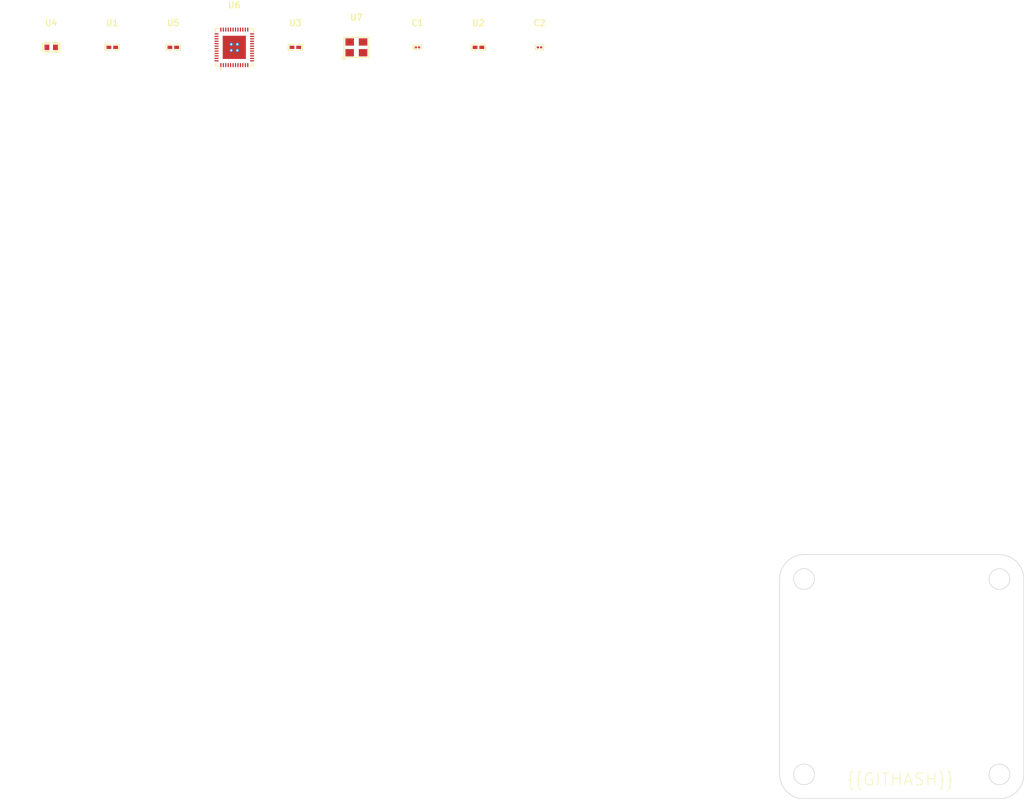
<source format=kicad_pcb>
(kicad_pcb (version 20240108) (generator "pcbnew") (generator_version "8.0")
  (layers (0 "F.Cu" signal) (31 "B.Cu" signal) (34 "B.Paste" user) (35 "F.Paste" user) (36 "B.SilkS" user "B.Silkscreen") (37 "F.SilkS" user "F.Silkscreen") (38 "B.Mask" user) (39 "F.Mask" user) (44 "Edge.Cuts" user))
  (net 0 "")
  (net 1 "P0_period_01")
  (net 2 "DCC")
  (net 3 "P0_period_23")
  (net 4 "P0_period_03")
  (net 5 "P0_period_30")
  (net 6 "P0_period_09")
  (net 7 "P0_period_08")
  (net 8 "P0_period_27")
  (net 9 "P0_period_29")
  (net 10 "SWDCLK")
  (net 11 "P0_period_16")
  (net 13 "P0_period_18")
  (net 14 "P0_period_25")
  (net 15 "DEC2")
  (net 16 "EP")
  (net 17 "P0_period_19")
  (net 18 "P0_period_26")
  (net 19 "P0_period_00")
  (net 20 "P0_period_20")
  (net 21 "gnd")
  (net 23 "P0_period_14")
  (net 25 "ANT1")
  (net 26 "P0_period_22")
  (net 27 "P0_period_04")
  (net 28 "P0_period_06")
  (net 30 "P0_period_28")
  (net 31 "P0_period_02")
  (net 32 "P0_period_15")
  (net 33 "ANT2")
  (net 34 "hv")
  (net 35 "P0_period_11")
  (net 36 "P0_period_13")
  (net 37 "VDD_PA")
  (net 38 "P0_period_05")
  (net 40 "SWDIO_slash_nRESET")
  (net 41 "P0_period_12")
  (net 42 "P0_period_07")
  (net 43 "DEC1")
  (net 44 "P0_period_17")
  (net 45 "P0_period_24")
  (net 46 "P0_period_21")
  (net 47 "P0_period_10")
  (net 24 "xout")
  (net 48 "xin")
  (footprint "atopile:C0603-bd72f6" (layer "F.Cu") (at 10 -5 0)
    (property "Reference" "U4" (at 0 -4 0) (layer "F.SilkS") (hide no))
    (property "Value" "4.7µF ±10% 10V X5R")
    (fp_line (start -0.28 0.71) (end -1.08 0.71) (stroke (width 0.25)) (layer "F.SilkS"))
    (fp_line (start 0.28 0.71) (end 1.08 0.71) (stroke (width 0.25)) (layer "F.SilkS"))
    (fp_line (start -0.28 -0.71) (end -1.08 -0.71) (stroke (width 0.25)) (layer "F.SilkS"))
    (fp_line (start 0.28 -0.71) (end 1.08 -0.71) (stroke (width 0.25)) (layer "F.SilkS"))
    (fp_line (start -1.39 0.4) (end -1.39 -0.4) (stroke (width 0.25)) (layer "F.SilkS"))
    (fp_line (start 1.39 -0.4) (end 1.39 0.4) (stroke (width 0.25)) (layer "F.SilkS"))
    (fp_arc (start 1.39 -0.4) (mid 1.2992031021678296 -0.6192031021678296) (end 1.08 -0.7099999999999999) (stroke (width 0.25)) (layer "F.SilkS"))
    (fp_arc (start 1.08 0.71) (mid 1.2992031021678296 0.6192031021678297) (end 1.3900000000000001 0.4) (stroke (width 0.25)) (layer "F.SilkS"))
    (fp_arc (start -1.39 0.4) (mid -1.2992031021678296 0.6192031021678296) (end -1.08 0.7099999999999999) (stroke (width 0.25)) (layer "F.SilkS"))
    (fp_arc (start -1.08 -0.71) (mid -1.2992031021678296 -0.6192031021678297) (end -1.3900000000000001 -0.4) (stroke (width 0.25)) (layer "F.SilkS"))
    (fp_text user "${REFERENCE}" (at 0 -4 0) (layer "F.SilkS"))
    (pad "2" smd rect (at 0.7 0 0) (size 0.8 0.9) (layers "F.Cu" "F.Paste" "F.Mask") (net 21 "gnd"))
    (pad "1" smd rect (at -0.7 0 0) (size 0.8 0.9) (layers "F.Cu" "F.Paste" "F.Mask") (net 34 "hv"))
  )
  (footprint "atopile:C0402-b3ef17" (layer "F.Cu") (at 20 -5 0)
    (property "Reference" "U1" (at 0 -4 0) (layer "F.SilkS") (hide no))
    (property "Value" "1nF ±10% 50V X7R")
    (fp_line (start 1.02 -0.5) (end 0.23 -0.5) (stroke (width 0.15)) (layer "F.SilkS"))
    (fp_line (start 0.23 0.5) (end 1.02 0.5) (stroke (width 0.15)) (layer "F.SilkS"))
    (fp_line (start 1.17 0.35) (end 1.17 -0.35) (stroke (width 0.15)) (layer "F.SilkS"))
    (fp_line (start -1.02 -0.5) (end -0.23 -0.5) (stroke (width 0.15)) (layer "F.SilkS"))
    (fp_line (start -0.23 0.5) (end -1.02 0.5) (stroke (width 0.15)) (layer "F.SilkS"))
    (fp_line (start -1.17 0.35) (end -1.17 -0.35) (stroke (width 0.15)) (layer "F.SilkS"))
    (fp_arc (start 1.17 0.35) (mid 1.1260660171779822 0.456066017177982) (end 1.02 0.4999999999999999) (stroke (width 0.15)) (layer "F.SilkS"))
    (fp_arc (start 1.02 -0.5) (mid 1.1260660171779822 -0.4560660171779821) (end 1.17 -0.35) (stroke (width 0.15)) (layer "F.SilkS"))
    (fp_arc (start -1.17 0.35) (mid -1.1260660171779822 0.456066017177982) (end -1.02 0.4999999999999999) (stroke (width 0.15)) (layer "F.SilkS"))
    (fp_arc (start -1.02 -0.5) (mid -1.1260660171779822 -0.4560660171779821) (end -1.17 -0.35) (stroke (width 0.15)) (layer "F.SilkS"))
    (fp_text user "${REFERENCE}" (at 0 -4 0) (layer "F.SilkS"))
    (pad "2" smd rect (at 0.55 0 0) (size 0.79 0.54) (layers "F.Cu" "F.Paste" "F.Mask") (net 21 "gnd"))
    (pad "1" smd rect (at -0.55 0 0) (size 0.79 0.54) (layers "F.Cu" "F.Paste" "F.Mask") (net 34 "hv"))
  )
  (footprint "atopile:C0402-b3ef17" (layer "F.Cu") (at 30 -5 0)
    (property "Reference" "U5" (at 0 -4 0) (layer "F.SilkS") (hide no))
    (property "Value" "100nF ±10% 16V X7R")
    (fp_line (start 1.02 -0.5) (end 0.23 -0.5) (stroke (width 0.15)) (layer "F.SilkS"))
    (fp_line (start 0.23 0.5) (end 1.02 0.5) (stroke (width 0.15)) (layer "F.SilkS"))
    (fp_line (start 1.17 0.35) (end 1.17 -0.35) (stroke (width 0.15)) (layer "F.SilkS"))
    (fp_line (start -1.02 -0.5) (end -0.23 -0.5) (stroke (width 0.15)) (layer "F.SilkS"))
    (fp_line (start -0.23 0.5) (end -1.02 0.5) (stroke (width 0.15)) (layer "F.SilkS"))
    (fp_line (start -1.17 0.35) (end -1.17 -0.35) (stroke (width 0.15)) (layer "F.SilkS"))
    (fp_arc (start 1.17 0.35) (mid 1.1260660171779822 0.456066017177982) (end 1.02 0.4999999999999999) (stroke (width 0.15)) (layer "F.SilkS"))
    (fp_arc (start 1.02 -0.5) (mid 1.1260660171779822 -0.4560660171779821) (end 1.17 -0.35) (stroke (width 0.15)) (layer "F.SilkS"))
    (fp_arc (start -1.17 0.35) (mid -1.1260660171779822 0.456066017177982) (end -1.02 0.4999999999999999) (stroke (width 0.15)) (layer "F.SilkS"))
    (fp_arc (start -1.02 -0.5) (mid -1.1260660171779822 -0.4560660171779821) (end -1.17 -0.35) (stroke (width 0.15)) (layer "F.SilkS"))
    (fp_text user "${REFERENCE}" (at 0 -4 0) (layer "F.SilkS"))
    (pad "2" smd rect (at 0.55 0 0) (size 0.79 0.54) (layers "F.Cu" "F.Paste" "F.Mask") (net 21 "gnd"))
    (pad "1" smd rect (at -0.55 0 0) (size 0.79 0.54) (layers "F.Cu" "F.Paste" "F.Mask") (net 34 "hv"))
  )
  (footprint "lib:QFN-48_L6.0-W6.0-P0.40-BL-EP3.8" (layer "F.Cu") (at 40 -5 0)
    (property "Reference" "U6" (at 0 -6.91 0) (layer "F.SilkS") (hide no))
    (property "Value" "")
    (fp_line (start -3.08 -2.5) (end -3.08 -3.08) (stroke (width 0.15)) (layer "F.SilkS"))
    (fp_line (start -3.08 -3.08) (end -2.5 -3.08) (stroke (width 0.15)) (layer "F.SilkS"))
    (fp_line (start 3.08 -2.5) (end 3.08 -3.08) (stroke (width 0.15)) (layer "F.SilkS"))
    (fp_line (start 3.08 -3.08) (end 2.5 -3.08) (stroke (width 0.15)) (layer "F.SilkS"))
    (fp_line (start -3.08 2.5) (end -3.08 3.08) (stroke (width 0.15)) (layer "F.SilkS"))
    (fp_line (start -3.08 3.08) (end -2.5 3.08) (stroke (width 0.15)) (layer "F.SilkS"))
    (fp_line (start 3.08 2.5) (end 3.08 3.08) (stroke (width 0.15)) (layer "F.SilkS"))
    (fp_line (start 3.08 3.08) (end 2.5 3.08) (stroke (width 0.15)) (layer "F.SilkS"))
    (fp_circle (center -2.2 3.54) (end -2.13 3.54) (stroke (width 0.15)) (fill none) (layer "F.SilkS"))
    (fp_text user "${REFERENCE}" (at 0 -6.91 0) (layer "F.SilkS"))
    (pad "1" smd rect (at -2.2 2.91 0) (size 0.2 0.66) (layers "F.Cu" "F.Paste" "F.Mask") (net 34 "hv"))
    (pad "2" smd rect (at -1.8 2.91 0) (size 0.2 0.66) (layers "F.Cu" "F.Paste" "F.Mask") (net 2 "DCC"))
    (pad "3" smd rect (at -1.4 2.91 0) (size 0.2 0.66) (layers "F.Cu" "F.Paste" "F.Mask") (net 5 "P0_period_30"))
    (pad "4" smd rect (at -1 2.91 0) (size 0.2 0.66) (layers "F.Cu" "F.Paste" "F.Mask") (net 19 "P0_period_00"))
    (pad "5" smd rect (at -0.6 2.91 0) (size 0.2 0.66) (layers "F.Cu" "F.Paste" "F.Mask") (net 1 "P0_period_01"))
    (pad "6" smd rect (at -0.2 2.91 0) (size 0.2 0.66) (layers "F.Cu" "F.Paste" "F.Mask") (net 31 "P0_period_02"))
    (pad "7" smd rect (at 0.2 2.91 0) (size 0.2 0.66) (layers "F.Cu" "F.Paste" "F.Mask") (net 4 "P0_period_03"))
    (pad "8" smd rect (at 0.6 2.91 0) (size 0.2 0.66) (layers "F.Cu" "F.Paste" "F.Mask") (net 27 "P0_period_04"))
    (pad "9" smd rect (at 1 2.91 0) (size 0.2 0.66) (layers "F.Cu" "F.Paste" "F.Mask") (net 38 "P0_period_05"))
    (pad "10" smd rect (at 1.4 2.91 0) (size 0.2 0.66) (layers "F.Cu" "F.Paste" "F.Mask") (net 28 "P0_period_06"))
    (pad "11" smd rect (at 1.8 2.91 0) (size 0.2 0.66) (layers "F.Cu" "F.Paste" "F.Mask") (net 42 "P0_period_07"))
    (pad "12" smd rect (at 2.2 2.91 0) (size 0.2 0.66) (layers "F.Cu" "F.Paste" "F.Mask") (net 34 "hv"))
    (pad "13" smd rect (at 2.91 2.2 0) (size 0.66 0.2) (layers "F.Cu" "F.Paste" "F.Mask") (net 21 "gnd"))
    (pad "14" smd rect (at 2.91 1.8 0) (size 0.66 0.2) (layers "F.Cu" "F.Paste" "F.Mask") (net 7 "P0_period_08"))
    (pad "15" smd rect (at 2.91 1.4 0) (size 0.66 0.2) (layers "F.Cu" "F.Paste" "F.Mask") (net 6 "P0_period_09"))
    (pad "16" smd rect (at 2.91 1 0) (size 0.66 0.2) (layers "F.Cu" "F.Paste" "F.Mask") (net 47 "P0_period_10"))
    (pad "17" smd rect (at 2.91 0.6 0) (size 0.66 0.2) (layers "F.Cu" "F.Paste" "F.Mask") (net 35 "P0_period_11"))
    (pad "18" smd rect (at 2.91 0.2 0) (size 0.66 0.2) (layers "F.Cu" "F.Paste" "F.Mask") (net 41 "P0_period_12"))
    (pad "19" smd rect (at 2.91 -0.2 0) (size 0.66 0.2) (layers "F.Cu" "F.Paste" "F.Mask") (net 36 "P0_period_13"))
    (pad "20" smd rect (at 2.91 -0.6 0) (size 0.66 0.2) (layers "F.Cu" "F.Paste" "F.Mask") (net 23 "P0_period_14"))
    (pad "21" smd rect (at 2.91 -1 0) (size 0.66 0.2) (layers "F.Cu" "F.Paste" "F.Mask") (net 32 "P0_period_15"))
    (pad "22" smd rect (at 2.91 -1.4 0) (size 0.66 0.2) (layers "F.Cu" "F.Paste" "F.Mask") (net 11 "P0_period_16"))
    (pad "23" smd rect (at 2.91 -1.8 0) (size 0.66 0.2) (layers "F.Cu" "F.Paste" "F.Mask") (net 40 "SWDIO_slash_nRESET"))
    (pad "24" smd rect (at 2.91 -2.2 0) (size 0.66 0.2) (layers "F.Cu" "F.Paste" "F.Mask") (net 10 "SWDCLK"))
    (pad "25" smd rect (at 2.2 -2.91 0) (size 0.2 0.66) (layers "F.Cu" "F.Paste" "F.Mask") (net 44 "P0_period_17"))
    (pad "26" smd rect (at 1.8 -2.91 0) (size 0.2 0.66) (layers "F.Cu" "F.Paste" "F.Mask") (net 13 "P0_period_18"))
    (pad "27" smd rect (at 1.4 -2.91 0) (size 0.2 0.66) (layers "F.Cu" "F.Paste" "F.Mask") (net 17 "P0_period_19"))
    (pad "28" smd rect (at 1 -2.91 0) (size 0.2 0.66) (layers "F.Cu" "F.Paste" "F.Mask") (net 20 "P0_period_20"))
    (pad "29" smd rect (at 0.6 -2.91 0) (size 0.2 0.66) (layers "F.Cu" "F.Paste" "F.Mask") (net 15 "DEC2"))
    (pad "30" smd rect (at 0.2 -2.91 0) (size 0.2 0.66) (layers "F.Cu" "F.Paste" "F.Mask") (net 37 "VDD_PA"))
    (pad "31" smd rect (at -0.2 -2.91 0) (size 0.2 0.66) (layers "F.Cu" "F.Paste" "F.Mask") (net 25 "ANT1"))
    (pad "32" smd rect (at -0.6 -2.91 0) (size 0.2 0.66) (layers "F.Cu" "F.Paste" "F.Mask") (net 33 "ANT2"))
    (pad "33" smd rect (at -1 -2.91 0) (size 0.2 0.66) (layers "F.Cu" "F.Paste" "F.Mask") (net 21 "gnd"))
    (pad "34" smd rect (at -1.4 -2.91 0) (size 0.2 0.66) (layers "F.Cu" "F.Paste" "F.Mask") (net 21 "gnd"))
    (pad "35" smd rect (at -1.8 -2.91 0) (size 0.2 0.66) (layers "F.Cu" "F.Paste" "F.Mask") (net 34 "hv"))
    (pad "36" smd rect (at -2.2 -2.91 0) (size 0.2 0.66) (layers "F.Cu" "F.Paste" "F.Mask") (net 34 "hv"))
    (pad "37" smd rect (at -2.91 -2.2 0) (size 0.66 0.2) (layers "F.Cu" "F.Paste" "F.Mask") (net 48 "xin"))
    (pad "38" smd rect (at -2.91 -1.8 0) (size 0.66 0.2) (layers "F.Cu" "F.Paste" "F.Mask") (net 24 "xout"))
    (pad "39" smd rect (at -2.91 -1.4 0) (size 0.66 0.2) (layers "F.Cu" "F.Paste" "F.Mask") (net 43 "DEC1"))
    (pad "40" smd rect (at -2.91 -1 0) (size 0.66 0.2) (layers "F.Cu" "F.Paste" "F.Mask") (net 46 "P0_period_21"))
    (pad "41" smd rect (at -2.91 -0.6 0) (size 0.66 0.2) (layers "F.Cu" "F.Paste" "F.Mask") (net 26 "P0_period_22"))
    (pad "42" smd rect (at -2.91 -0.2 0) (size 0.66 0.2) (layers "F.Cu" "F.Paste" "F.Mask") (net 3 "P0_period_23"))
    (pad "43" smd rect (at -2.91 0.2 0) (size 0.66 0.2) (layers "F.Cu" "F.Paste" "F.Mask") (net 45 "P0_period_24"))
    (pad "44" smd rect (at -2.91 0.6 0) (size 0.66 0.2) (layers "F.Cu" "F.Paste" "F.Mask") (net 14 "P0_period_25"))
    (pad "45" smd rect (at -2.91 1 0) (size 0.66 0.2) (layers "F.Cu" "F.Paste" "F.Mask") (net 18 "P0_period_26"))
    (pad "46" smd rect (at -2.91 1.4 0) (size 0.66 0.2) (layers "F.Cu" "F.Paste" "F.Mask") (net 8 "P0_period_27"))
    (pad "47" smd rect (at -2.91 1.8 0) (size 0.66 0.2) (layers "F.Cu" "F.Paste" "F.Mask") (net 30 "P0_period_28"))
    (pad "48" smd rect (at -2.91 2.2 0) (size 0.66 0.2) (layers "F.Cu" "F.Paste" "F.Mask") (net 9 "P0_period_29"))
    (pad "49" smd rect (at 0 0 0) (size 3.8 3.8) (layers "F.Cu" "F.Paste" "F.Mask") (net 16 "EP"))
    (pad "" thru_hole circle (at -0.5 -0.5 0) (size 0.61 0.61) (drill 0.3) (layers "*.Cu" "*.Paste" "*.Mask"))
    (pad "" thru_hole circle (at 0.5 -0.5 0) (size 0.61 0.61) (drill 0.3) (layers "*.Cu" "*.Paste" "*.Mask"))
    (pad "" thru_hole circle (at -0.5 0.5 0) (size 0.61 0.61) (drill 0.3) (layers "*.Cu" "*.Paste" "*.Mask"))
    (pad "" thru_hole circle (at 0.5 0.5 0) (size 0.61 0.61) (drill 0.3) (layers "*.Cu" "*.Paste" "*.Mask"))
  )
  (footprint "atopile:C0402-b3ef17" (layer "F.Cu") (at 50 -5 0)
    (property "Reference" "U3" (at 0 -4 0) (layer "F.SilkS") (hide no))
    (property "Value" "47nF ±10% 50V X7R")
    (fp_line (start 1.02 -0.5) (end 0.23 -0.5) (stroke (width 0.15)) (layer "F.SilkS"))
    (fp_line (start 0.23 0.5) (end 1.02 0.5) (stroke (width 0.15)) (layer "F.SilkS"))
    (fp_line (start 1.17 0.35) (end 1.17 -0.35) (stroke (width 0.15)) (layer "F.SilkS"))
    (fp_line (start -1.02 -0.5) (end -0.23 -0.5) (stroke (width 0.15)) (layer "F.SilkS"))
    (fp_line (start -0.23 0.5) (end -1.02 0.5) (stroke (width 0.15)) (layer "F.SilkS"))
    (fp_line (start -1.17 0.35) (end -1.17 -0.35) (stroke (width 0.15)) (layer "F.SilkS"))
    (fp_arc (start 1.17 0.35) (mid 1.1260660171779822 0.456066017177982) (end 1.02 0.4999999999999999) (stroke (width 0.15)) (layer "F.SilkS"))
    (fp_arc (start 1.02 -0.5) (mid 1.1260660171779822 -0.4560660171779821) (end 1.17 -0.35) (stroke (width 0.15)) (layer "F.SilkS"))
    (fp_arc (start -1.17 0.35) (mid -1.1260660171779822 0.456066017177982) (end -1.02 0.4999999999999999) (stroke (width 0.15)) (layer "F.SilkS"))
    (fp_arc (start -1.02 -0.5) (mid -1.1260660171779822 -0.4560660171779821) (end -1.17 -0.35) (stroke (width 0.15)) (layer "F.SilkS"))
    (fp_text user "${REFERENCE}" (at 0 -4 0) (layer "F.SilkS"))
    (pad "2" smd rect (at 0.55 0 0) (size 0.79 0.54) (layers "F.Cu" "F.Paste" "F.Mask") (net 21 "gnd"))
    (pad "1" smd rect (at -0.55 0 0) (size 0.79 0.54) (layers "F.Cu" "F.Paste" "F.Mask") (net 15 "DEC2"))
  )
  (footprint "lib:OSC-SMD_4P-L3.2-W2.5-BL" (layer "F.Cu") (at 60 -5 0)
    (property "Reference" "U7" (at 0 -4.88 0) (layer "F.SilkS") (hide no))
    (property "Value" "")
    (fp_line (start -2.29 1.4) (end -2.29 1.91) (stroke (width 0.15)) (layer "F.SilkS"))
    (fp_line (start -2.29 1.91) (end -1.78 1.91) (stroke (width 0.15)) (layer "F.SilkS"))
    (fp_line (start -2.03 1.68) (end -2.03 -1.65) (stroke (width 0.15)) (layer "F.SilkS"))
    (fp_line (start -2.03 -1.65) (end 2.03 -1.65) (stroke (width 0.15)) (layer "F.SilkS"))
    (fp_line (start 2.03 -1.65) (end 2.03 0) (stroke (width 0.15)) (layer "F.SilkS"))
    (fp_line (start 2.03 0) (end 2.03 1.65) (stroke (width 0.15)) (layer "F.SilkS"))
    (fp_line (start 2.03 1.65) (end 2.03 1.65) (stroke (width 0.15)) (layer "F.SilkS"))
    (fp_line (start 2.03 1.65) (end -2.03 1.68) (stroke (width 0.15)) (layer "F.SilkS"))
    (fp_text user "${REFERENCE}" (at 0 -4.88 0) (layer "F.SilkS"))
    (pad "1" smd rect (at -1.1 0.88 0) (size 1.4 1.2) (layers "F.Cu" "F.Paste" "F.Mask") (net 24 "xout"))
    (pad "2" smd rect (at 1.1 0.88 0) (size 1.4 1.2) (layers "F.Cu" "F.Paste" "F.Mask") (net 21 "gnd"))
    (pad "3" smd rect (at 1.1 -0.88 0) (size 1.4 1.2) (layers "F.Cu" "F.Paste" "F.Mask") (net 48 "xin"))
    (pad "4" smd rect (at -1.1 -0.88 0) (size 1.4 1.2) (layers "F.Cu" "F.Paste" "F.Mask") (net 21 "gnd"))
  )
  (footprint "atopile:C0201-a4ec75" (layer "F.Cu") (at 70 -5 0)
    (property "Reference" "C1" (at 0 -4 0) (layer "F.SilkS") (hide no))
    (property "Value" "")
    (fp_line (start 0.53 -0.39) (end 0.17 -0.39) (stroke (width 0.15)) (layer "F.SilkS"))
    (fp_line (start 0.17 0.39) (end 0.53 0.39) (stroke (width 0.15)) (layer "F.SilkS"))
    (fp_line (start 0.69 0.24) (end 0.69 -0.24) (stroke (width 0.15)) (layer "F.SilkS"))
    (fp_line (start -0.53 -0.39) (end -0.17 -0.39) (stroke (width 0.15)) (layer "F.SilkS"))
    (fp_line (start -0.17 0.39) (end -0.53 0.39) (stroke (width 0.15)) (layer "F.SilkS"))
    (fp_line (start -0.69 0.24) (end -0.69 -0.24) (stroke (width 0.15)) (layer "F.SilkS"))
    (fp_arc (start 0.69 0.24) (mid 0.6423476112574784 0.34965840811304916) (end 0.5296671137348258 0.3896436816622437) (stroke (width 0.15)) (layer "F.SilkS"))
    (fp_arc (start 0.53 -0.39) (mid 0.6428352340292174 -0.3496581717983484) (end 0.6903325407465889 -0.23964335917897536) (stroke (width 0.15)) (layer "F.SilkS"))
    (fp_arc (start -0.69 0.24) (mid -0.6423476112574784 0.34965840811304916) (end -0.5296671137348258 0.3896436816622437) (stroke (width 0.15)) (layer "F.SilkS"))
    (fp_arc (start -0.53 -0.39) (mid -0.6428352340292174 -0.3496581717983484) (end -0.6903325407465889 -0.23964335917897536) (stroke (width 0.15)) (layer "F.SilkS"))
    (fp_text user "${REFERENCE}" (at 0 -4 0) (layer "F.SilkS"))
    (pad "2" smd rect (at 0.27 0 0) (size 0.37 0.32) (layers "F.Cu" "F.Paste" "F.Mask") (net 21 "gnd"))
    (pad "1" smd rect (at -0.27 0 0) (size 0.37 0.32) (layers "F.Cu" "F.Paste" "F.Mask") (net 48 "xin"))
  )
  (footprint "atopile:C0402-b3ef17" (layer "F.Cu") (at 80 -5 0)
    (property "Reference" "U2" (at 0 -4 0) (layer "F.SilkS") (hide no))
    (property "Value" "100nF ±10% 16V X7R")
    (fp_line (start 1.02 -0.5) (end 0.23 -0.5) (stroke (width 0.15)) (layer "F.SilkS"))
    (fp_line (start 0.23 0.5) (end 1.02 0.5) (stroke (width 0.15)) (layer "F.SilkS"))
    (fp_line (start 1.17 0.35) (end 1.17 -0.35) (stroke (width 0.15)) (layer "F.SilkS"))
    (fp_line (start -1.02 -0.5) (end -0.23 -0.5) (stroke (width 0.15)) (layer "F.SilkS"))
    (fp_line (start -0.23 0.5) (end -1.02 0.5) (stroke (width 0.15)) (layer "F.SilkS"))
    (fp_line (start -1.17 0.35) (end -1.17 -0.35) (stroke (width 0.15)) (layer "F.SilkS"))
    (fp_arc (start 1.17 0.35) (mid 1.1260660171779822 0.456066017177982) (end 1.02 0.4999999999999999) (stroke (width 0.15)) (layer "F.SilkS"))
    (fp_arc (start 1.02 -0.5) (mid 1.1260660171779822 -0.4560660171779821) (end 1.17 -0.35) (stroke (width 0.15)) (layer "F.SilkS"))
    (fp_arc (start -1.17 0.35) (mid -1.1260660171779822 0.456066017177982) (end -1.02 0.4999999999999999) (stroke (width 0.15)) (layer "F.SilkS"))
    (fp_arc (start -1.02 -0.5) (mid -1.1260660171779822 -0.4560660171779821) (end -1.17 -0.35) (stroke (width 0.15)) (layer "F.SilkS"))
    (fp_text user "${REFERENCE}" (at 0 -4 0) (layer "F.SilkS"))
    (pad "2" smd rect (at 0.55 0 0) (size 0.79 0.54) (layers "F.Cu" "F.Paste" "F.Mask") (net 21 "gnd"))
    (pad "1" smd rect (at -0.55 0 0) (size 0.79 0.54) (layers "F.Cu" "F.Paste" "F.Mask") (net 43 "DEC1"))
  )
  (footprint "atopile:C0201-a4ec75" (layer "F.Cu") (at 90 -5 0)
    (property "Reference" "C2" (at 0 -4 0) (layer "F.SilkS") (hide no))
    (property "Value" "")
    (fp_line (start 0.53 -0.39) (end 0.17 -0.39) (stroke (width 0.15)) (layer "F.SilkS"))
    (fp_line (start 0.17 0.39) (end 0.53 0.39) (stroke (width 0.15)) (layer "F.SilkS"))
    (fp_line (start 0.69 0.24) (end 0.69 -0.24) (stroke (width 0.15)) (layer "F.SilkS"))
    (fp_line (start -0.53 -0.39) (end -0.17 -0.39) (stroke (width 0.15)) (layer "F.SilkS"))
    (fp_line (start -0.17 0.39) (end -0.53 0.39) (stroke (width 0.15)) (layer "F.SilkS"))
    (fp_line (start -0.69 0.24) (end -0.69 -0.24) (stroke (width 0.15)) (layer "F.SilkS"))
    (fp_arc (start 0.69 0.24) (mid 0.6423476112574784 0.34965840811304916) (end 0.5296671137348258 0.3896436816622437) (stroke (width 0.15)) (layer "F.SilkS"))
    (fp_arc (start 0.53 -0.39) (mid 0.6428352340292174 -0.3496581717983484) (end 0.6903325407465889 -0.23964335917897536) (stroke (width 0.15)) (layer "F.SilkS"))
    (fp_arc (start -0.69 0.24) (mid -0.6423476112574784 0.34965840811304916) (end -0.5296671137348258 0.3896436816622437) (stroke (width 0.15)) (layer "F.SilkS"))
    (fp_arc (start -0.53 -0.39) (mid -0.6428352340292174 -0.3496581717983484) (end -0.6903325407465889 -0.23964335917897536) (stroke (width 0.15)) (layer "F.SilkS"))
    (fp_text user "${REFERENCE}" (at 0 -4 0) (layer "F.SilkS"))
    (pad "2" smd rect (at 0.27 0 0) (size 0.37 0.32) (layers "F.Cu" "F.Paste" "F.Mask") (net 21 "gnd"))
    (pad "1" smd rect (at -0.27 0 0) (size 0.37 0.32) (layers "F.Cu" "F.Paste" "F.Mask") (net 24 "xout"))
  )
  (gr_line (start 169.352 114.11) (end 169.352 82.11) (stroke (width 0.1)) (layer "Edge.Cuts"))
  (gr_line (start 129.352 82.11) (end 129.352 114.11) (stroke (width 0.1)) (layer "Edge.Cuts"))
  (gr_line (start 165.352 78.11) (end 133.352 78.11) (stroke (width 0.1)) (layer "Edge.Cuts"))
  (gr_line (start 133.352 118.11) (end 165.352 118.11) (stroke (width 0.1)) (layer "Edge.Cuts"))
  (gr_arc (start 169.352 114.11) (mid 168.180427 116.938427) (end 165.352 118.11) (stroke (width 0.1)) (layer "Edge.Cuts"))
  (gr_arc (start 133.352 118.11) (mid 130.523573 116.938427) (end 129.352 114.11) (stroke (width 0.1)) (layer "Edge.Cuts"))
  (gr_arc (start 165.352 78.11) (mid 168.180427 79.281573) (end 169.352 82.11) (stroke (width 0.1)) (layer "Edge.Cuts"))
  (gr_arc (start 129.352 82.11) (mid 130.523573 79.281573) (end 133.352 78.11) (stroke (width 0.1)) (layer "Edge.Cuts"))
  (gr_circle (center 133.352 82.11) (end 135.052 82.11) (stroke (width 0.1)) (fill none) (layer "Edge.Cuts"))
  (gr_circle (center 165.352 114.11) (end 167.052 114.11) (stroke (width 0.1)) (fill none) (layer "Edge.Cuts"))
  (gr_circle (center 165.352 82.11) (end 167.052 82.11) (stroke (width 0.1)) (fill none) (layer "Edge.Cuts"))
  (gr_circle (center 133.352 114.11) (end 135.052 114.11) (stroke (width 0.1)) (fill none) (layer "Edge.Cuts"))
  (gr_text "{{GITHASH}}" (at 140.240427 116.111573 0) (layer "F.SilkS") (effects (font (size 2 2) (thickness 0.1)) (justify left bottom)))
)
</source>
